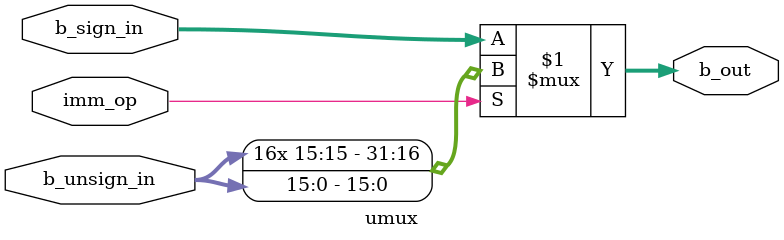
<source format=v>
module asmux(b_out,b_in,sub_op);
	input	[31:0]b_in;
	input	sub_op;

	output	[31:0]b_out;

	assign b_out = b_in^{32{sub_op}};

endmodule

module add(less,overflow,sum,unsigned_op,a,b,cin);
  input		[31:0]a,b;
  input 	cin;
  input		unsigned_op;

  output 	[31:0]sum;
  output 	overflow;
  output	less;

  wire		[31:0]c;
  wire 		[7:0]D,T;
  wire 		addof;

  c16 C1(.C({c[31],c[27],c[23],c[19]}),.D(D[7:4]),.T(T[7:4]),.c(c[15]));
  c16 C2(.C({c[15],c[11],c[7],c[3]}),.D(D[3:0]),.T(T[3:0]),.c(cin));
  c4 c1(.D(D[7]),.T(T[7]),.C(c[30:28]),.a(a[31:28]),.b(b[31:28]),.c(c[27]));
  c4 c2(.D(D[6]),.T(T[6]),.C(c[26:24]),.a(a[27:24]),.b(b[27:24]),.c(c[23]));
  c4 c3(.D(D[5]),.T(T[5]),.C(c[22:20]),.a(a[23:20]),.b(b[23:20]),.c(c[19]));
  c4 c4(.D(D[4]),.T(T[4]),.C(c[18:16]),.a(a[19:16]),.b(b[19:16]),.c(c[15]));
  c4 c5(.D(D[3]),.T(T[3]),.C(c[14:12]),.a(a[15:12]),.b(b[15:12]),.c(c[11]));
  c4 c6(.D(D[2]),.T(T[2]),.C(c[10:8]),.a(a[11:8]),.b(b[11:8]),.c(c[7]));
  c4 c7(.D(D[1]),.T(T[1]),.C(c[6:4]),.a(a[7:4]),.b(b[7:4]),.c(c[3]));
  c4 c8(.D(D[0]),.T(T[0]),.C(c[2:0]),.a(a[3:0]),.b(b[3:0]),.c(cin));

  assign 	sum=a^b^{c[30:0],cin};

  assign 	addof= c[31]^c[30];

  assign 	overflow = ~unsigned_op & addof;

  assign    less = (unsigned_op)? ~c[31]:addof^sum[31];

endmodule

 
module c16(C,D,T,c);
  input [3:0]D,T;
  input c;
  output[3:0]C;

  assign C[0]=D[0]|(T[0]&c);
  assign C[1]=D[1]|(T[1]&D[0])|(T[1]&T[0]&c);
  assign C[2]=D[2]|(T[2]&D[1])|(T[2]&T[1]&D[0])|(T[2]&T[1]&T[0]&c);
  assign C[3]=D[3]|(T[3]&D[2])|(T[3]&T[2]&D[1])|(T[3]&T[2]&T[1]&D[0])|(T[3]&T[2]&T[1]&T[0]&c);

endmodule
 
module c4(D,T,C,a,b,c);
  input [3:0]a,b;
  input c;
  output [2:0]C;
  output D,T;

  wire [3:0]d,t;

  assign d=a&b;
  assign t=a|b;

  assign C[0]=d[0]|(t[0]&c);
  assign C[1]=d[1]|(t[1]&d[0])|(t[1]&t[0]&c);
  assign C[2]=d[2]|(t[2]&d[1])|(t[2]&t[1]&d[0])|(t[2]&t[1]&t[0]&c);
  assign T=t[3]&t[2]&t[1]&t[0];
  assign D=d[3]|(t[3]&d[2])|(t[3]&t[2]&d[1])|(t[3]&t[2]&t[1]&d[0]);

endmodule

module addr_we_din(addr_out,we_out,din_out,store_op_in,wmask_in,wdata_in,paddr_in,valid_in);
	input	store_op_in;
	input 	valid_in;
	input	[3:0]wmask_in;
	input	[31:0]wdata_in;
	input	[31:0]paddr_in;

	output	we_out;
	output	din_out;
	output	[29:0]addr_out;

	assign 	din_out = wdata_in;
	assign  we_out 	= {4{store_op_in&valid_in}}&wmask_in;
	assign  paddr_in = paddr_in[31:2];

endmodule

module alu_result_mux(result_out,sum_in,less_in,shift_in,logic_in,alu_res_sel);
	input	[31:0]sum_in;
	input	[31:0]shift_in;
	input	[31:0]logic_in;
	input	less_in;
	input	[1:0]alu_res_sel;

	output	[31:0]result_out;

	assign result_out = alu_res_sel[1]?
							(	alu_res_sel[0]	?	logic_in		:	shift_in):
							(	alu_res_sel[0]	?	{31'b0,less_in}	:	sum_in	);

endmodule

module ex_exception(ex_ov,ex_adel,ex_ades,store_op,store_type,load_op,load_type,alu_res_sel,overflow,offset);
	input	store_op;
	input	[2:0]store_type;
	input	load_op;
	input	[2:0]load_type;
	input	[1:0]alu_res_sel;
	input	overflow;
	input	[1:0]offset;

	output	ex_ov;
	output	ex_adel;
	output	ex_ades;

	assign  ex_ov = alu_res_sel==2'b00 ? overflow : 0 ;

	assign  ex_ades = store_op ?
								(
									  ((store_type[2]) & (offset   !=2'b00))   
									| ((store_type[1]) & (offset[0]!=1'b0 ))
								)
								:0;

	assign  ex_adel = load_op ?
								(
									  ((load_type[2]) & (offset   !=2'b00))   
									| ((load_type[1]) & (offset[0]!=1'b0 ))
								)
								:0;

endmodule

module lmux(a_out,reg_src,pc_src,link_op);
	input	[31:0]reg_src;
	input	[31:0]pc_src;
	input	link_op;

	output	[31:0]a_out;

	assign  a_out = link_op?pc_src:reg_src;

endmodule

module logic_alu(result,a,regb,immb,logic_type,imm_op);
	input	[31:0]a;
	input	[31:0]regb;
	input	[15:0]immb;
	input	[4:0]logic_type;
	input	imm_op;

	output	[31:0]result;

	wire	[31:0]immb_expand;
	wire	[31:0]b;

	assign 	immb_expand = {16'b0,immb};
	assign 	b = imm_op?immb_expand:regb;

	assign  result = logic_type[4] ? a&b   :	
					 logic_type[3] ? a|b   :
					 logic_type[2] ? a^b   :
					 logic_type[1] ? ~(a|b):{b[15:0],16'b0};

endmodule


module mapping(addr_out,addr_in);
	
	input	[31:0]addr_in;
	output	[31:0]addr_out;

	assign addr_out = {3'b0,addr_in[28:0]};

endmodule


module shifter(y,x,shamt0,shamt1,imm_op,shift_type);
	input	[4:0]shamt1;
	input	[4:0]shamt0;
	input	imm_op;
	input	[2:0]shift_type;
	input	[31:0]x;

	output	[31:0]y;

	wire	[4:0]shamt;
	wire	[31:0]y1;
	wire	[31:0]y2;
	wire	[31:0]y3;

	assign 	shamt = imm_op?shamt1:shamt0;

	assign 	y1 = x << shamt;
	assign 	y2 = x >> shamt;
	//assign 	y3 = x >>> shamt;
	wire [31:0]shift_temp1 = {32{shamt[0]}} ? {x[31],x[31:1]}	:{x[31:0]};
	wire [31:0]shift_temp2 = {32{shamt[1]}} ? {{2{shift_temp1[31]}},shift_temp1[31:2]}:{shift_temp1[31:0]};
	wire [31:0]shift_temp3 = {32{shamt[2]}} ? {{4{shift_temp2[31]}},shift_temp2[31:4]}:{shift_temp2[31:0]};
	wire [31:0]shift_temp4 = {32{shamt[3]}} ? {{8{shift_temp3[31]}},shift_temp3[31:8]}:{shift_temp3[31:0]};
	assign y3 = {32{shamt[4]}} ? {{16{shift_temp4[31]}},shift_temp4[31:16]}:{shift_temp4[31:0]};
	assign  y = shift_type[2] ? y1 :
				shift_type[1] ? y2 : y3;

endmodule

module storevalue(wmask,wdata,type,value,offset);
	input	[31:0]value;
	input	[1:0]offset;
	input	[2:0]type;

	output reg	[3:0]wmask;
	output	[31:0]wdata;


	assign 	wdata = {32{type[0]}}&{4{value[7:0]}}
				  |	{32{type[1]}}&{2{value[15:0]}}
				  |	{32{type[2]}}&{{value[31:0]}};

	always @(*)
	begin
		case(type)
			3'b100:
				wmask = 4'b1111;
			3'b010:
				case(offset)
					2'b00:
						wmask = 4'b0011;
					2'b10:
						wmask = 4'b1100;
					default:
						wmask = 4'b0000;
				endcase
			3'b001:
				case(offset)
					2'b00:
						wmask = 4'b0001;
					2'b01:
						wmask = 4'b0010;
					2'b10:
						wmask = 4'b0100;
					2'b11:
						wmask = 4'b1000;
				endcase
			default:
				wmask = 4'b0000;
		endcase
	end

endmodule

module umux(b_out,b_unsign_in,b_sign_in,imm_op);
	input	[15:0]b_unsign_in;
	input	[31:0]b_sign_in;
	input	imm_op;

	output	[31:0]b_out;

	assign b_out = imm_op?{{16{b_unsign_in[15]}},b_unsign_in}:b_sign_in;

endmodule
</source>
